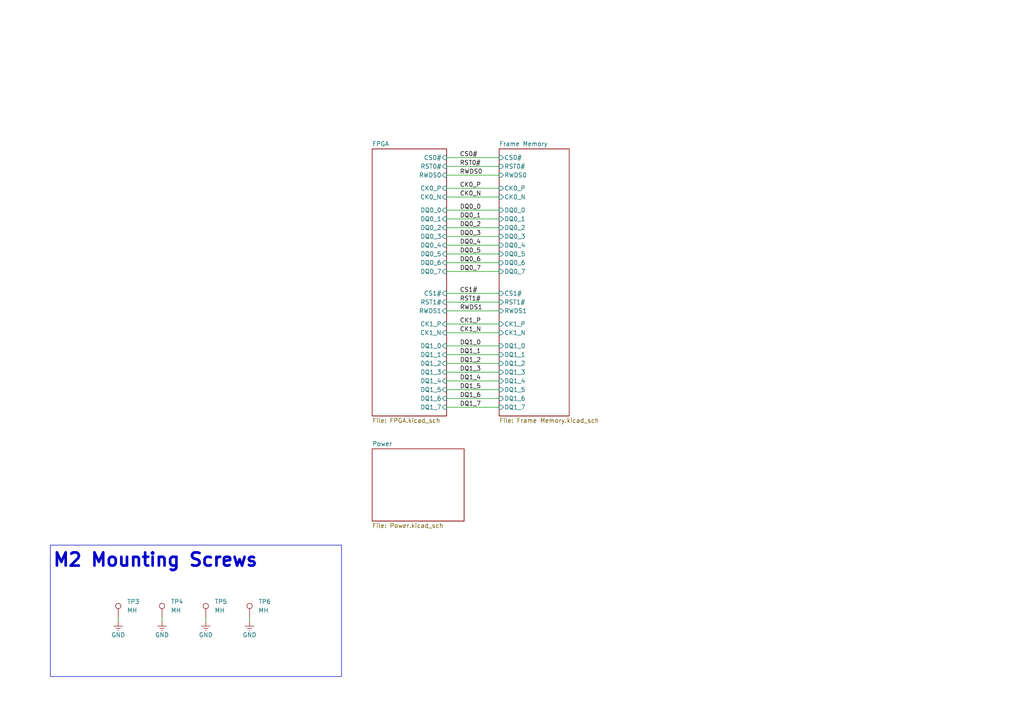
<source format=kicad_sch>
(kicad_sch (version 20231120) (generator "eeschema") (generator_version "8.0")
  (paper "A4")
  (title_block (title "Top") (date "2024-05-31") (rev "1.0") (company "DergLabs"))
  (lib_symbols
    (symbol "Connector:TestPoint" (pin_numbers hide) (pin_names (offset 0.762) hide)
      (property "Reference" "TP" (at 0 6.858 0))
      (property "Value" "TestPoint" (at 0 5.08 0))
      (symbol "TestPoint_0_1"
        (circle (center 0 3.302) (radius 0.762))
      )
      (symbol "TestPoint_1_1"
        (pin passive line (at 0 0 90) (length 2.54) (name "1") (number "1"))
      )
    )
    (symbol "power:GND" (power) (pin_numbers hide) (pin_names (offset 0) hide)
      (property "Value" "GND" (at 0 -3.81 0))
      (symbol "GND_0_1"
        (polyline (pts (xy -0.635 -1.905) (xy 0.635 -1.905)))
        (polyline (pts (xy -0.127 -2.54) (xy 0.127 -2.54)))
        (polyline (pts (xy 0 -1.27) (xy 0 0)))
        (polyline (pts (xy 1.27 -1.27) (xy -1.27 -1.27)))
      )
      (symbol "GND_1_1"
        (pin power_in line (at 0 0 270) (length 0) (name "~") (number "1"))
      )
    )
  )
  (wire (pts (xy 129.54 73.66) (xy 144.78 73.66)))
  (wire (pts (xy 129.54 57.15) (xy 144.78 57.15)))
  (wire (pts (xy 129.54 107.95) (xy 144.78 107.95)))
  (wire (pts (xy 129.54 45.72) (xy 144.78 45.72)))
  (wire (pts (xy 129.54 105.41) (xy 144.78 105.41)))
  (wire (pts (xy 72.39 179.07) (xy 72.39 180.34)))
  (wire (pts (xy 129.54 78.74) (xy 144.78 78.74)))
  (wire (pts (xy 129.54 50.8) (xy 144.78 50.8)))
  (wire (pts (xy 129.54 87.63) (xy 144.78 87.63)))
  (wire (pts (xy 129.54 71.12) (xy 144.78 71.12)))
  (wire (pts (xy 59.69 179.07) (xy 59.69 180.34)))
  (wire (pts (xy 129.54 96.52) (xy 144.78 96.52)))
  (wire (pts (xy 129.54 90.17) (xy 144.78 90.17)))
  (wire (pts (xy 129.54 110.49) (xy 144.78 110.49)))
  (wire (pts (xy 129.54 63.5) (xy 144.78 63.5)))
  (wire (pts (xy 129.54 66.04) (xy 144.78 66.04)))
  (wire (pts (xy 129.54 85.09) (xy 144.78 85.09)))
  (wire (pts (xy 129.54 93.98) (xy 144.78 93.98)))
  (wire (pts (xy 129.54 118.11) (xy 144.78 118.11)))
  (wire (pts (xy 129.54 102.87) (xy 144.78 102.87)))
  (wire (pts (xy 34.29 179.07) (xy 34.29 180.34)))
  (wire (pts (xy 129.54 60.96) (xy 144.78 60.96)))
  (wire (pts (xy 46.99 179.07) (xy 46.99 180.34)))
  (wire (pts (xy 129.54 100.33) (xy 144.78 100.33)))
  (wire (pts (xy 129.54 113.03) (xy 144.78 113.03)))
  (wire (pts (xy 129.54 48.26) (xy 144.78 48.26)))
  (wire (pts (xy 129.54 54.61) (xy 144.78 54.61)))
  (wire (pts (xy 129.54 68.58) (xy 144.78 68.58)))
  (wire (pts (xy 129.54 76.2) (xy 144.78 76.2)))
  (wire (pts (xy 129.54 115.57) (xy 144.78 115.57)))
  (rectangle (start 14.605 158.115) (end 99.06 196.215))
  (text "M2 Mounting Screws" (at 45.085 162.56 0) (effects (font (size 3.81 3.81) (thickness 0.762) (bold yes))))
  (label "DQ1_1" (at 133.35 102.87 0))
  (label "DQ0_1" (at 133.35 63.5 0))
  (label "CK0_P" (at 133.35 54.61 0))
  (label "CK1_N" (at 133.35 96.52 0))
  (label "DQ1_4" (at 133.35 110.49 0))
  (label "RWDS0" (at 133.35 50.8 0))
  (label "DQ1_0" (at 133.35 100.33 0))
  (label "RWDS1" (at 133.35 90.17 0))
  (label "DQ1_6" (at 133.35 115.57 0))
  (label "RST1#" (at 133.35 87.63 0))
  (label "CK1_P" (at 133.35 93.98 0))
  (label "DQ0_5" (at 133.35 73.66 0))
  (label "CS1#" (at 133.35 85.09 0))
  (label "DQ0_0" (at 133.35 60.96 0))
  (label "DQ0_6" (at 133.35 76.2 0))
  (label "DQ0_3" (at 133.35 68.58 0))
  (label "DQ1_5" (at 133.35 113.03 0))
  (label "DQ1_2" (at 133.35 105.41 0))
  (label "CK0_N" (at 133.35 57.15 0))
  (label "DQ1_7" (at 133.35 118.11 0))
  (label "DQ0_2" (at 133.35 66.04 0))
  (label "DQ0_7" (at 133.35 78.74 0))
  (label "RST0#" (at 133.35 48.26 0))
  (label "DQ0_4" (at 133.35 71.12 0))
  (label "DQ1_3" (at 133.35 107.95 0))
  (label "CS0#" (at 133.35 45.72 0))
  (symbol (lib_id "Connector:TestPoint") (at 34.29 179.07 0) (unit 1)
    (property "Reference" "TP3" (at 36.83 174.4979 0) (effects (justify left)))
    (property "Value" "MH" (at 36.83 177.0379 0) (effects (justify left)))
    (property "Footprint" "MountingHole:MountingHole_2.2mm_M2_Pad_Via" (effects (hide yes)))
    (property "Description" "test point" (effects (hide yes)))
  )
  (symbol (lib_id "Connector:TestPoint") (at 46.99 179.07 0) (unit 1)
    (property "Reference" "TP4" (at 49.53 174.4979 0) (effects (justify left)))
    (property "Value" "MH" (at 49.53 177.0379 0) (effects (justify left)))
    (property "Footprint" "MountingHole:MountingHole_2.2mm_M2_Pad_Via" (effects (hide yes)))
    (property "Description" "test point" (effects (hide yes)))
  )
  (symbol (lib_id "power:GND") (at 72.39 180.34 0) (unit 1)
    (property "Reference" "#PWR0119" (effects (hide yes)))
    (property "Value" "GND" (at 72.39 184.15 0))
    (property "Description" "Power symbol creates a global label with name \"GND\" , ground" (effects (hide yes)))
  )
  (symbol (lib_id "power:GND") (at 34.29 180.34 0) (unit 1)
    (property "Reference" "#PWR060" (effects (hide yes)))
    (property "Value" "GND" (at 34.29 184.15 0))
    (property "Description" "Power symbol creates a global label with name \"GND\" , ground" (effects (hide yes)))
  )
  (symbol (lib_id "power:GND") (at 59.69 180.34 0) (unit 1)
    (property "Reference" "#PWR074" (effects (hide yes)))
    (property "Value" "GND" (at 59.69 184.15 0))
    (property "Description" "Power symbol creates a global label with name \"GND\" , ground" (effects (hide yes)))
  )
  (symbol (lib_id "Connector:TestPoint") (at 59.69 179.07 0) (unit 1)
    (property "Reference" "TP5" (at 62.23 174.4979 0) (effects (justify left)))
    (property "Value" "MH" (at 62.23 177.0379 0) (effects (justify left)))
    (property "Footprint" "MountingHole:MountingHole_2.2mm_M2_Pad_Via" (effects (hide yes)))
    (property "Description" "test point" (effects (hide yes)))
  )
  (symbol (lib_id "Connector:TestPoint") (at 72.39 179.07 0) (unit 1)
    (property "Reference" "TP6" (at 74.93 174.4979 0) (effects (justify left)))
    (property "Value" "MH" (at 74.93 177.0379 0) (effects (justify left)))
    (property "Footprint" "MountingHole:MountingHole_2.2mm_M2_Pad_Via" (effects (hide yes)))
    (property "Description" "test point" (effects (hide yes)))
  )
  (symbol (lib_id "power:GND") (at 46.99 180.34 0) (unit 1)
    (property "Reference" "#PWR063" (effects (hide yes)))
    (property "Value" "GND" (at 46.99 184.15 0))
    (property "Description" "Power symbol creates a global label with name \"GND\" , ground" (effects (hide yes)))
  )
  (sheet (at 144.78 43.18) (size 20.32 77.47) (stroke (width 0.1524))
    (property "Sheetname" "Frame Memory" (at 144.78 42.4684 0) (effects (justify left bottom)))
    (property "Sheetfile" "Frame Memory.kicad_sch" (at 144.78 121.2346 0) (effects (justify left top)))
    (pin "DQ1_5" input (at 144.78 113.03 180))
    (pin "DQ1_4" input (at 144.78 110.49 180))
    (pin "DQ1_6" input (at 144.78 115.57 180))
    (pin "DQ1_3" input (at 144.78 107.95 180))
    (pin "DQ1_1" input (at 144.78 102.87 180))
    (pin "DQ1_0" input (at 144.78 100.33 180))
    (pin "DQ1_7" input (at 144.78 118.11 180))
    (pin "DQ1_2" input (at 144.78 105.41 180))
    (pin "RST1#" input (at 144.78 87.63 180))
    (pin "CK1_P" input (at 144.78 93.98 180))
    (pin "CK1_N" input (at 144.78 96.52 180))
    (pin "CS1#" input (at 144.78 85.09 180))
    (pin "RWDS1" input (at 144.78 90.17 180))
    (pin "CK0_N" input (at 144.78 57.15 180))
    (pin "CS0#" input (at 144.78 45.72 180))
    (pin "CK0_P" input (at 144.78 54.61 180))
    (pin "RST0#" input (at 144.78 48.26 180))
    (pin "RWDS0" input (at 144.78 50.8 180))
    (pin "DQ0_5" input (at 144.78 73.66 180))
    (pin "DQ0_0" input (at 144.78 60.96 180))
    (pin "DQ0_3" input (at 144.78 68.58 180))
    (pin "DQ0_4" input (at 144.78 71.12 180))
    (pin "DQ0_1" input (at 144.78 63.5 180))
    (pin "DQ0_2" input (at 144.78 66.04 180))
    (pin "DQ0_6" input (at 144.78 76.2 180))
    (pin "DQ0_7" input (at 144.78 78.74 180))
  )
  (sheet (at 107.95 43.18) (size 21.59 77.47) (stroke (width 0.1524))
    (property "Sheetname" "FPGA" (at 107.95 42.4684 0) (effects (justify left bottom)))
    (property "Sheetfile" "FPGA.kicad_sch" (at 107.95 121.2346 0) (effects (justify left top)))
    (pin "CS0#" input (at 129.54 45.72 0))
    (pin "CK0_N" input (at 129.54 57.15 0))
    (pin "RST0#" input (at 129.54 48.26 0))
    (pin "CK0_P" input (at 129.54 54.61 0))
    (pin "DQ0_7" input (at 129.54 78.74 0))
    (pin "DQ0_0" input (at 129.54 60.96 0))
    (pin "DQ0_2" input (at 129.54 66.04 0))
    (pin "DQ0_6" input (at 129.54 76.2 0))
    (pin "DQ0_3" input (at 129.54 68.58 0))
    (pin "DQ0_1" input (at 129.54 63.5 0))
    (pin "DQ0_4" input (at 129.54 71.12 0))
    (pin "DQ0_5" input (at 129.54 73.66 0))
    (pin "DQ1_4" input (at 129.54 110.49 0))
    (pin "DQ1_1" input (at 129.54 102.87 0))
    (pin "DQ1_3" input (at 129.54 107.95 0))
    (pin "DQ1_2" input (at 129.54 105.41 0))
    (pin "DQ1_7" input (at 129.54 118.11 0))
    (pin "DQ1_5" input (at 129.54 113.03 0))
    (pin "DQ1_6" input (at 129.54 115.57 0))
    (pin "DQ1_0" input (at 129.54 100.33 0))
    (pin "CK1_P" input (at 129.54 93.98 0))
    (pin "CK1_N" input (at 129.54 96.52 0))
    (pin "RST1#" input (at 129.54 87.63 0))
    (pin "CS1#" input (at 129.54 85.09 0))
    (pin "RWDS0" input (at 129.54 50.8 0))
    (pin "RWDS1" input (at 129.54 90.17 0))
  )
  (sheet (at 107.95 130.175) (size 26.67 20.955) (stroke (width 0.1524))
    (property "Sheetname" "Power" (at 107.95 129.4634 0) (effects (justify left bottom)))
    (property "Sheetfile" "Power.kicad_sch" (at 107.95 151.7146 0) (effects (justify left top)))
  )
)
</source>
